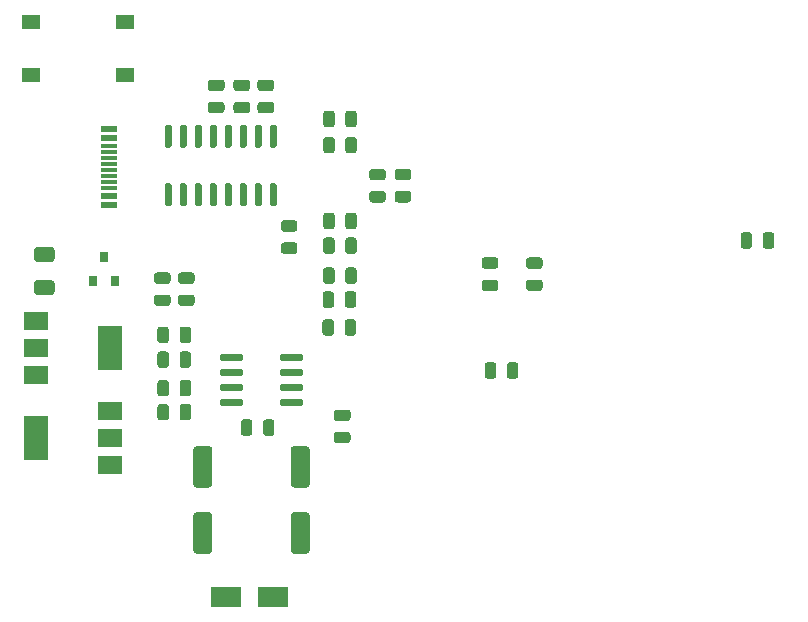
<source format=gbr>
G04 #@! TF.GenerationSoftware,KiCad,Pcbnew,(5.1.9)-1*
G04 #@! TF.CreationDate,2021-03-23T22:38:23+04:00*
G04 #@! TF.ProjectId,stormduino Rev2,73746f72-6d64-4756-996e-6f2052657632,rev?*
G04 #@! TF.SameCoordinates,Original*
G04 #@! TF.FileFunction,Paste,Top*
G04 #@! TF.FilePolarity,Positive*
%FSLAX46Y46*%
G04 Gerber Fmt 4.6, Leading zero omitted, Abs format (unit mm)*
G04 Created by KiCad (PCBNEW (5.1.9)-1) date 2021-03-23 22:38:23*
%MOMM*%
%LPD*%
G01*
G04 APERTURE LIST*
%ADD10R,2.500000X1.800000*%
%ADD11R,1.450000X0.600000*%
%ADD12R,1.450000X0.300000*%
%ADD13R,0.800000X0.900000*%
%ADD14R,1.550000X1.300000*%
%ADD15R,2.000000X3.800000*%
%ADD16R,2.000000X1.500000*%
G04 APERTURE END LIST*
G36*
G01*
X134662000Y-92561000D02*
X133562000Y-92561000D01*
G75*
G02*
X133312000Y-92311000I0J250000D01*
G01*
X133312000Y-89311000D01*
G75*
G02*
X133562000Y-89061000I250000J0D01*
G01*
X134662000Y-89061000D01*
G75*
G02*
X134912000Y-89311000I0J-250000D01*
G01*
X134912000Y-92311000D01*
G75*
G02*
X134662000Y-92561000I-250000J0D01*
G01*
G37*
G36*
G01*
X134662000Y-86961000D02*
X133562000Y-86961000D01*
G75*
G02*
X133312000Y-86711000I0J250000D01*
G01*
X133312000Y-83711000D01*
G75*
G02*
X133562000Y-83461000I250000J0D01*
G01*
X134662000Y-83461000D01*
G75*
G02*
X134912000Y-83711000I0J-250000D01*
G01*
X134912000Y-86711000D01*
G75*
G02*
X134662000Y-86961000I-250000J0D01*
G01*
G37*
G36*
G01*
X126407000Y-86961000D02*
X125307000Y-86961000D01*
G75*
G02*
X125057000Y-86711000I0J250000D01*
G01*
X125057000Y-83711000D01*
G75*
G02*
X125307000Y-83461000I250000J0D01*
G01*
X126407000Y-83461000D01*
G75*
G02*
X126657000Y-83711000I0J-250000D01*
G01*
X126657000Y-86711000D01*
G75*
G02*
X126407000Y-86961000I-250000J0D01*
G01*
G37*
G36*
G01*
X126407000Y-92561000D02*
X125307000Y-92561000D01*
G75*
G02*
X125057000Y-92311000I0J250000D01*
G01*
X125057000Y-89311000D01*
G75*
G02*
X125307000Y-89061000I250000J0D01*
G01*
X126407000Y-89061000D01*
G75*
G02*
X126657000Y-89311000I0J-250000D01*
G01*
X126657000Y-92311000D01*
G75*
G02*
X126407000Y-92561000I-250000J0D01*
G01*
G37*
D10*
X131844800Y-96189800D03*
X127844800Y-96189800D03*
G36*
G01*
X113070800Y-67855800D02*
X111820800Y-67855800D01*
G75*
G02*
X111570800Y-67605800I0J250000D01*
G01*
X111570800Y-66855800D01*
G75*
G02*
X111820800Y-66605800I250000J0D01*
G01*
X113070800Y-66605800D01*
G75*
G02*
X113320800Y-66855800I0J-250000D01*
G01*
X113320800Y-67605800D01*
G75*
G02*
X113070800Y-67855800I-250000J0D01*
G01*
G37*
G36*
G01*
X113070800Y-70655800D02*
X111820800Y-70655800D01*
G75*
G02*
X111570800Y-70405800I0J250000D01*
G01*
X111570800Y-69655800D01*
G75*
G02*
X111820800Y-69405800I250000J0D01*
G01*
X113070800Y-69405800D01*
G75*
G02*
X113320800Y-69655800I0J-250000D01*
G01*
X113320800Y-70405800D01*
G75*
G02*
X113070800Y-70655800I-250000J0D01*
G01*
G37*
G36*
G01*
X150705400Y-76607350D02*
X150705400Y-77519850D01*
G75*
G02*
X150461650Y-77763600I-243750J0D01*
G01*
X149974150Y-77763600D01*
G75*
G02*
X149730400Y-77519850I0J243750D01*
G01*
X149730400Y-76607350D01*
G75*
G02*
X149974150Y-76363600I243750J0D01*
G01*
X150461650Y-76363600D01*
G75*
G02*
X150705400Y-76607350I0J-243750D01*
G01*
G37*
G36*
G01*
X152580400Y-76607350D02*
X152580400Y-77519850D01*
G75*
G02*
X152336650Y-77763600I-243750J0D01*
G01*
X151849150Y-77763600D01*
G75*
G02*
X151605400Y-77519850I0J243750D01*
G01*
X151605400Y-76607350D01*
G75*
G02*
X151849150Y-76363600I243750J0D01*
G01*
X152336650Y-76363600D01*
G75*
G02*
X152580400Y-76607350I0J-243750D01*
G01*
G37*
G36*
G01*
X173271600Y-66496250D02*
X173271600Y-65583750D01*
G75*
G02*
X173515350Y-65340000I243750J0D01*
G01*
X174002850Y-65340000D01*
G75*
G02*
X174246600Y-65583750I0J-243750D01*
G01*
X174246600Y-66496250D01*
G75*
G02*
X174002850Y-66740000I-243750J0D01*
G01*
X173515350Y-66740000D01*
G75*
G02*
X173271600Y-66496250I0J243750D01*
G01*
G37*
G36*
G01*
X171396600Y-66496250D02*
X171396600Y-65583750D01*
G75*
G02*
X171640350Y-65340000I243750J0D01*
G01*
X172127850Y-65340000D01*
G75*
G02*
X172371600Y-65583750I0J-243750D01*
G01*
X172371600Y-66496250D01*
G75*
G02*
X172127850Y-66740000I-243750J0D01*
G01*
X171640350Y-66740000D01*
G75*
G02*
X171396600Y-66496250I0J243750D01*
G01*
G37*
G36*
G01*
X138902500Y-66028250D02*
X138902500Y-66940750D01*
G75*
G02*
X138658750Y-67184500I-243750J0D01*
G01*
X138171250Y-67184500D01*
G75*
G02*
X137927500Y-66940750I0J243750D01*
G01*
X137927500Y-66028250D01*
G75*
G02*
X138171250Y-65784500I243750J0D01*
G01*
X138658750Y-65784500D01*
G75*
G02*
X138902500Y-66028250I0J-243750D01*
G01*
G37*
G36*
G01*
X137027500Y-66028250D02*
X137027500Y-66940750D01*
G75*
G02*
X136783750Y-67184500I-243750J0D01*
G01*
X136296250Y-67184500D01*
G75*
G02*
X136052500Y-66940750I0J243750D01*
G01*
X136052500Y-66028250D01*
G75*
G02*
X136296250Y-65784500I243750J0D01*
G01*
X136783750Y-65784500D01*
G75*
G02*
X137027500Y-66028250I0J-243750D01*
G01*
G37*
D11*
X117900500Y-63067000D03*
X117900500Y-62267000D03*
X117900500Y-57367000D03*
X117900500Y-56567000D03*
X117900500Y-56567000D03*
X117900500Y-57367000D03*
X117900500Y-62267000D03*
X117900500Y-63067000D03*
D12*
X117900500Y-58067000D03*
X117900500Y-58567000D03*
X117900500Y-59067000D03*
X117900500Y-60067000D03*
X117900500Y-60567000D03*
X117900500Y-61067000D03*
X117900500Y-61567000D03*
X117900500Y-59567000D03*
G36*
G01*
X150633750Y-70322500D02*
X149721250Y-70322500D01*
G75*
G02*
X149477500Y-70078750I0J243750D01*
G01*
X149477500Y-69591250D01*
G75*
G02*
X149721250Y-69347500I243750J0D01*
G01*
X150633750Y-69347500D01*
G75*
G02*
X150877500Y-69591250I0J-243750D01*
G01*
X150877500Y-70078750D01*
G75*
G02*
X150633750Y-70322500I-243750J0D01*
G01*
G37*
G36*
G01*
X150633750Y-68447500D02*
X149721250Y-68447500D01*
G75*
G02*
X149477500Y-68203750I0J243750D01*
G01*
X149477500Y-67716250D01*
G75*
G02*
X149721250Y-67472500I243750J0D01*
G01*
X150633750Y-67472500D01*
G75*
G02*
X150877500Y-67716250I0J-243750D01*
G01*
X150877500Y-68203750D01*
G75*
G02*
X150633750Y-68447500I-243750J0D01*
G01*
G37*
G36*
G01*
X153467750Y-69347500D02*
X154380250Y-69347500D01*
G75*
G02*
X154624000Y-69591250I0J-243750D01*
G01*
X154624000Y-70078750D01*
G75*
G02*
X154380250Y-70322500I-243750J0D01*
G01*
X153467750Y-70322500D01*
G75*
G02*
X153224000Y-70078750I0J243750D01*
G01*
X153224000Y-69591250D01*
G75*
G02*
X153467750Y-69347500I243750J0D01*
G01*
G37*
G36*
G01*
X153467750Y-67472500D02*
X154380250Y-67472500D01*
G75*
G02*
X154624000Y-67716250I0J-243750D01*
G01*
X154624000Y-68203750D01*
G75*
G02*
X154380250Y-68447500I-243750J0D01*
G01*
X153467750Y-68447500D01*
G75*
G02*
X153224000Y-68203750I0J243750D01*
G01*
X153224000Y-67716250D01*
G75*
G02*
X153467750Y-67472500I243750J0D01*
G01*
G37*
G36*
G01*
X138902500Y-63932750D02*
X138902500Y-64845250D01*
G75*
G02*
X138658750Y-65089000I-243750J0D01*
G01*
X138171250Y-65089000D01*
G75*
G02*
X137927500Y-64845250I0J243750D01*
G01*
X137927500Y-63932750D01*
G75*
G02*
X138171250Y-63689000I243750J0D01*
G01*
X138658750Y-63689000D01*
G75*
G02*
X138902500Y-63932750I0J-243750D01*
G01*
G37*
G36*
G01*
X137027500Y-63932750D02*
X137027500Y-64845250D01*
G75*
G02*
X136783750Y-65089000I-243750J0D01*
G01*
X136296250Y-65089000D01*
G75*
G02*
X136052500Y-64845250I0J243750D01*
G01*
X136052500Y-63932750D01*
G75*
G02*
X136296250Y-63689000I243750J0D01*
G01*
X136783750Y-63689000D01*
G75*
G02*
X137027500Y-63932750I0J-243750D01*
G01*
G37*
G36*
G01*
X136052500Y-69480750D02*
X136052500Y-68568250D01*
G75*
G02*
X136296250Y-68324500I243750J0D01*
G01*
X136783750Y-68324500D01*
G75*
G02*
X137027500Y-68568250I0J-243750D01*
G01*
X137027500Y-69480750D01*
G75*
G02*
X136783750Y-69724500I-243750J0D01*
G01*
X136296250Y-69724500D01*
G75*
G02*
X136052500Y-69480750I0J243750D01*
G01*
G37*
G36*
G01*
X137927500Y-69480750D02*
X137927500Y-68568250D01*
G75*
G02*
X138171250Y-68324500I243750J0D01*
G01*
X138658750Y-68324500D01*
G75*
G02*
X138902500Y-68568250I0J-243750D01*
G01*
X138902500Y-69480750D01*
G75*
G02*
X138658750Y-69724500I-243750J0D01*
G01*
X138171250Y-69724500D01*
G75*
G02*
X137927500Y-69480750I0J243750D01*
G01*
G37*
G36*
G01*
X136052500Y-58431750D02*
X136052500Y-57519250D01*
G75*
G02*
X136296250Y-57275500I243750J0D01*
G01*
X136783750Y-57275500D01*
G75*
G02*
X137027500Y-57519250I0J-243750D01*
G01*
X137027500Y-58431750D01*
G75*
G02*
X136783750Y-58675500I-243750J0D01*
G01*
X136296250Y-58675500D01*
G75*
G02*
X136052500Y-58431750I0J243750D01*
G01*
G37*
G36*
G01*
X137927500Y-58431750D02*
X137927500Y-57519250D01*
G75*
G02*
X138171250Y-57275500I243750J0D01*
G01*
X138658750Y-57275500D01*
G75*
G02*
X138902500Y-57519250I0J-243750D01*
G01*
X138902500Y-58431750D01*
G75*
G02*
X138658750Y-58675500I-243750J0D01*
G01*
X138171250Y-58675500D01*
G75*
G02*
X137927500Y-58431750I0J243750D01*
G01*
G37*
G36*
G01*
X137927500Y-56209250D02*
X137927500Y-55296750D01*
G75*
G02*
X138171250Y-55053000I243750J0D01*
G01*
X138658750Y-55053000D01*
G75*
G02*
X138902500Y-55296750I0J-243750D01*
G01*
X138902500Y-56209250D01*
G75*
G02*
X138658750Y-56453000I-243750J0D01*
G01*
X138171250Y-56453000D01*
G75*
G02*
X137927500Y-56209250I0J243750D01*
G01*
G37*
G36*
G01*
X136052500Y-56209250D02*
X136052500Y-55296750D01*
G75*
G02*
X136296250Y-55053000I243750J0D01*
G01*
X136783750Y-55053000D01*
G75*
G02*
X137027500Y-55296750I0J-243750D01*
G01*
X137027500Y-56209250D01*
G75*
G02*
X136783750Y-56453000I-243750J0D01*
G01*
X136296250Y-56453000D01*
G75*
G02*
X136052500Y-56209250I0J243750D01*
G01*
G37*
G36*
G01*
X131676000Y-61190000D02*
X131976000Y-61190000D01*
G75*
G02*
X132126000Y-61340000I0J-150000D01*
G01*
X132126000Y-62990000D01*
G75*
G02*
X131976000Y-63140000I-150000J0D01*
G01*
X131676000Y-63140000D01*
G75*
G02*
X131526000Y-62990000I0J150000D01*
G01*
X131526000Y-61340000D01*
G75*
G02*
X131676000Y-61190000I150000J0D01*
G01*
G37*
G36*
G01*
X130406000Y-61190000D02*
X130706000Y-61190000D01*
G75*
G02*
X130856000Y-61340000I0J-150000D01*
G01*
X130856000Y-62990000D01*
G75*
G02*
X130706000Y-63140000I-150000J0D01*
G01*
X130406000Y-63140000D01*
G75*
G02*
X130256000Y-62990000I0J150000D01*
G01*
X130256000Y-61340000D01*
G75*
G02*
X130406000Y-61190000I150000J0D01*
G01*
G37*
G36*
G01*
X129136000Y-61190000D02*
X129436000Y-61190000D01*
G75*
G02*
X129586000Y-61340000I0J-150000D01*
G01*
X129586000Y-62990000D01*
G75*
G02*
X129436000Y-63140000I-150000J0D01*
G01*
X129136000Y-63140000D01*
G75*
G02*
X128986000Y-62990000I0J150000D01*
G01*
X128986000Y-61340000D01*
G75*
G02*
X129136000Y-61190000I150000J0D01*
G01*
G37*
G36*
G01*
X127866000Y-61190000D02*
X128166000Y-61190000D01*
G75*
G02*
X128316000Y-61340000I0J-150000D01*
G01*
X128316000Y-62990000D01*
G75*
G02*
X128166000Y-63140000I-150000J0D01*
G01*
X127866000Y-63140000D01*
G75*
G02*
X127716000Y-62990000I0J150000D01*
G01*
X127716000Y-61340000D01*
G75*
G02*
X127866000Y-61190000I150000J0D01*
G01*
G37*
G36*
G01*
X126596000Y-61190000D02*
X126896000Y-61190000D01*
G75*
G02*
X127046000Y-61340000I0J-150000D01*
G01*
X127046000Y-62990000D01*
G75*
G02*
X126896000Y-63140000I-150000J0D01*
G01*
X126596000Y-63140000D01*
G75*
G02*
X126446000Y-62990000I0J150000D01*
G01*
X126446000Y-61340000D01*
G75*
G02*
X126596000Y-61190000I150000J0D01*
G01*
G37*
G36*
G01*
X125326000Y-61190000D02*
X125626000Y-61190000D01*
G75*
G02*
X125776000Y-61340000I0J-150000D01*
G01*
X125776000Y-62990000D01*
G75*
G02*
X125626000Y-63140000I-150000J0D01*
G01*
X125326000Y-63140000D01*
G75*
G02*
X125176000Y-62990000I0J150000D01*
G01*
X125176000Y-61340000D01*
G75*
G02*
X125326000Y-61190000I150000J0D01*
G01*
G37*
G36*
G01*
X124056000Y-61190000D02*
X124356000Y-61190000D01*
G75*
G02*
X124506000Y-61340000I0J-150000D01*
G01*
X124506000Y-62990000D01*
G75*
G02*
X124356000Y-63140000I-150000J0D01*
G01*
X124056000Y-63140000D01*
G75*
G02*
X123906000Y-62990000I0J150000D01*
G01*
X123906000Y-61340000D01*
G75*
G02*
X124056000Y-61190000I150000J0D01*
G01*
G37*
G36*
G01*
X122786000Y-61190000D02*
X123086000Y-61190000D01*
G75*
G02*
X123236000Y-61340000I0J-150000D01*
G01*
X123236000Y-62990000D01*
G75*
G02*
X123086000Y-63140000I-150000J0D01*
G01*
X122786000Y-63140000D01*
G75*
G02*
X122636000Y-62990000I0J150000D01*
G01*
X122636000Y-61340000D01*
G75*
G02*
X122786000Y-61190000I150000J0D01*
G01*
G37*
G36*
G01*
X122786000Y-56240000D02*
X123086000Y-56240000D01*
G75*
G02*
X123236000Y-56390000I0J-150000D01*
G01*
X123236000Y-58040000D01*
G75*
G02*
X123086000Y-58190000I-150000J0D01*
G01*
X122786000Y-58190000D01*
G75*
G02*
X122636000Y-58040000I0J150000D01*
G01*
X122636000Y-56390000D01*
G75*
G02*
X122786000Y-56240000I150000J0D01*
G01*
G37*
G36*
G01*
X124056000Y-56240000D02*
X124356000Y-56240000D01*
G75*
G02*
X124506000Y-56390000I0J-150000D01*
G01*
X124506000Y-58040000D01*
G75*
G02*
X124356000Y-58190000I-150000J0D01*
G01*
X124056000Y-58190000D01*
G75*
G02*
X123906000Y-58040000I0J150000D01*
G01*
X123906000Y-56390000D01*
G75*
G02*
X124056000Y-56240000I150000J0D01*
G01*
G37*
G36*
G01*
X125326000Y-56240000D02*
X125626000Y-56240000D01*
G75*
G02*
X125776000Y-56390000I0J-150000D01*
G01*
X125776000Y-58040000D01*
G75*
G02*
X125626000Y-58190000I-150000J0D01*
G01*
X125326000Y-58190000D01*
G75*
G02*
X125176000Y-58040000I0J150000D01*
G01*
X125176000Y-56390000D01*
G75*
G02*
X125326000Y-56240000I150000J0D01*
G01*
G37*
G36*
G01*
X126596000Y-56240000D02*
X126896000Y-56240000D01*
G75*
G02*
X127046000Y-56390000I0J-150000D01*
G01*
X127046000Y-58040000D01*
G75*
G02*
X126896000Y-58190000I-150000J0D01*
G01*
X126596000Y-58190000D01*
G75*
G02*
X126446000Y-58040000I0J150000D01*
G01*
X126446000Y-56390000D01*
G75*
G02*
X126596000Y-56240000I150000J0D01*
G01*
G37*
G36*
G01*
X127866000Y-56240000D02*
X128166000Y-56240000D01*
G75*
G02*
X128316000Y-56390000I0J-150000D01*
G01*
X128316000Y-58040000D01*
G75*
G02*
X128166000Y-58190000I-150000J0D01*
G01*
X127866000Y-58190000D01*
G75*
G02*
X127716000Y-58040000I0J150000D01*
G01*
X127716000Y-56390000D01*
G75*
G02*
X127866000Y-56240000I150000J0D01*
G01*
G37*
G36*
G01*
X129136000Y-56240000D02*
X129436000Y-56240000D01*
G75*
G02*
X129586000Y-56390000I0J-150000D01*
G01*
X129586000Y-58040000D01*
G75*
G02*
X129436000Y-58190000I-150000J0D01*
G01*
X129136000Y-58190000D01*
G75*
G02*
X128986000Y-58040000I0J150000D01*
G01*
X128986000Y-56390000D01*
G75*
G02*
X129136000Y-56240000I150000J0D01*
G01*
G37*
G36*
G01*
X130406000Y-56240000D02*
X130706000Y-56240000D01*
G75*
G02*
X130856000Y-56390000I0J-150000D01*
G01*
X130856000Y-58040000D01*
G75*
G02*
X130706000Y-58190000I-150000J0D01*
G01*
X130406000Y-58190000D01*
G75*
G02*
X130256000Y-58040000I0J150000D01*
G01*
X130256000Y-56390000D01*
G75*
G02*
X130406000Y-56240000I150000J0D01*
G01*
G37*
G36*
G01*
X131676000Y-56240000D02*
X131976000Y-56240000D01*
G75*
G02*
X132126000Y-56390000I0J-150000D01*
G01*
X132126000Y-58040000D01*
G75*
G02*
X131976000Y-58190000I-150000J0D01*
G01*
X131676000Y-58190000D01*
G75*
G02*
X131526000Y-58040000I0J150000D01*
G01*
X131526000Y-56390000D01*
G75*
G02*
X131676000Y-56240000I150000J0D01*
G01*
G37*
G36*
G01*
X128702750Y-52423000D02*
X129615250Y-52423000D01*
G75*
G02*
X129859000Y-52666750I0J-243750D01*
G01*
X129859000Y-53154250D01*
G75*
G02*
X129615250Y-53398000I-243750J0D01*
G01*
X128702750Y-53398000D01*
G75*
G02*
X128459000Y-53154250I0J243750D01*
G01*
X128459000Y-52666750D01*
G75*
G02*
X128702750Y-52423000I243750J0D01*
G01*
G37*
G36*
G01*
X128702750Y-54298000D02*
X129615250Y-54298000D01*
G75*
G02*
X129859000Y-54541750I0J-243750D01*
G01*
X129859000Y-55029250D01*
G75*
G02*
X129615250Y-55273000I-243750J0D01*
G01*
X128702750Y-55273000D01*
G75*
G02*
X128459000Y-55029250I0J243750D01*
G01*
X128459000Y-54541750D01*
G75*
G02*
X128702750Y-54298000I243750J0D01*
G01*
G37*
G36*
G01*
X136004000Y-71512750D02*
X136004000Y-70600250D01*
G75*
G02*
X136247750Y-70356500I243750J0D01*
G01*
X136735250Y-70356500D01*
G75*
G02*
X136979000Y-70600250I0J-243750D01*
G01*
X136979000Y-71512750D01*
G75*
G02*
X136735250Y-71756500I-243750J0D01*
G01*
X136247750Y-71756500D01*
G75*
G02*
X136004000Y-71512750I0J243750D01*
G01*
G37*
G36*
G01*
X137879000Y-71512750D02*
X137879000Y-70600250D01*
G75*
G02*
X138122750Y-70356500I243750J0D01*
G01*
X138610250Y-70356500D01*
G75*
G02*
X138854000Y-70600250I0J-243750D01*
G01*
X138854000Y-71512750D01*
G75*
G02*
X138610250Y-71756500I-243750J0D01*
G01*
X138122750Y-71756500D01*
G75*
G02*
X137879000Y-71512750I0J243750D01*
G01*
G37*
G36*
G01*
X140196250Y-59979500D02*
X141108750Y-59979500D01*
G75*
G02*
X141352500Y-60223250I0J-243750D01*
G01*
X141352500Y-60710750D01*
G75*
G02*
X141108750Y-60954500I-243750J0D01*
G01*
X140196250Y-60954500D01*
G75*
G02*
X139952500Y-60710750I0J243750D01*
G01*
X139952500Y-60223250D01*
G75*
G02*
X140196250Y-59979500I243750J0D01*
G01*
G37*
G36*
G01*
X140196250Y-61854500D02*
X141108750Y-61854500D01*
G75*
G02*
X141352500Y-62098250I0J-243750D01*
G01*
X141352500Y-62585750D01*
G75*
G02*
X141108750Y-62829500I-243750J0D01*
G01*
X140196250Y-62829500D01*
G75*
G02*
X139952500Y-62585750I0J243750D01*
G01*
X139952500Y-62098250D01*
G75*
G02*
X140196250Y-61854500I243750J0D01*
G01*
G37*
G36*
G01*
X130734750Y-52423000D02*
X131647250Y-52423000D01*
G75*
G02*
X131891000Y-52666750I0J-243750D01*
G01*
X131891000Y-53154250D01*
G75*
G02*
X131647250Y-53398000I-243750J0D01*
G01*
X130734750Y-53398000D01*
G75*
G02*
X130491000Y-53154250I0J243750D01*
G01*
X130491000Y-52666750D01*
G75*
G02*
X130734750Y-52423000I243750J0D01*
G01*
G37*
G36*
G01*
X130734750Y-54298000D02*
X131647250Y-54298000D01*
G75*
G02*
X131891000Y-54541750I0J-243750D01*
G01*
X131891000Y-55029250D01*
G75*
G02*
X131647250Y-55273000I-243750J0D01*
G01*
X130734750Y-55273000D01*
G75*
G02*
X130491000Y-55029250I0J243750D01*
G01*
X130491000Y-54541750D01*
G75*
G02*
X130734750Y-54298000I243750J0D01*
G01*
G37*
G36*
G01*
X124869000Y-78093250D02*
X124869000Y-79005750D01*
G75*
G02*
X124625250Y-79249500I-243750J0D01*
G01*
X124137750Y-79249500D01*
G75*
G02*
X123894000Y-79005750I0J243750D01*
G01*
X123894000Y-78093250D01*
G75*
G02*
X124137750Y-77849500I243750J0D01*
G01*
X124625250Y-77849500D01*
G75*
G02*
X124869000Y-78093250I0J-243750D01*
G01*
G37*
G36*
G01*
X122994000Y-78093250D02*
X122994000Y-79005750D01*
G75*
G02*
X122750250Y-79249500I-243750J0D01*
G01*
X122262750Y-79249500D01*
G75*
G02*
X122019000Y-79005750I0J243750D01*
G01*
X122019000Y-78093250D01*
G75*
G02*
X122262750Y-77849500I243750J0D01*
G01*
X122750250Y-77849500D01*
G75*
G02*
X122994000Y-78093250I0J-243750D01*
G01*
G37*
G36*
G01*
X143267750Y-62829500D02*
X142355250Y-62829500D01*
G75*
G02*
X142111500Y-62585750I0J243750D01*
G01*
X142111500Y-62098250D01*
G75*
G02*
X142355250Y-61854500I243750J0D01*
G01*
X143267750Y-61854500D01*
G75*
G02*
X143511500Y-62098250I0J-243750D01*
G01*
X143511500Y-62585750D01*
G75*
G02*
X143267750Y-62829500I-243750J0D01*
G01*
G37*
G36*
G01*
X143267750Y-60954500D02*
X142355250Y-60954500D01*
G75*
G02*
X142111500Y-60710750I0J243750D01*
G01*
X142111500Y-60223250D01*
G75*
G02*
X142355250Y-59979500I243750J0D01*
G01*
X143267750Y-59979500D01*
G75*
G02*
X143511500Y-60223250I0J-243750D01*
G01*
X143511500Y-60710750D01*
G75*
G02*
X143267750Y-60954500I-243750J0D01*
G01*
G37*
G36*
G01*
X122019000Y-81037750D02*
X122019000Y-80125250D01*
G75*
G02*
X122262750Y-79881500I243750J0D01*
G01*
X122750250Y-79881500D01*
G75*
G02*
X122994000Y-80125250I0J-243750D01*
G01*
X122994000Y-81037750D01*
G75*
G02*
X122750250Y-81281500I-243750J0D01*
G01*
X122262750Y-81281500D01*
G75*
G02*
X122019000Y-81037750I0J243750D01*
G01*
G37*
G36*
G01*
X123894000Y-81037750D02*
X123894000Y-80125250D01*
G75*
G02*
X124137750Y-79881500I243750J0D01*
G01*
X124625250Y-79881500D01*
G75*
G02*
X124869000Y-80125250I0J-243750D01*
G01*
X124869000Y-81037750D01*
G75*
G02*
X124625250Y-81281500I-243750J0D01*
G01*
X124137750Y-81281500D01*
G75*
G02*
X123894000Y-81037750I0J243750D01*
G01*
G37*
G36*
G01*
X135989000Y-73862250D02*
X135989000Y-72949750D01*
G75*
G02*
X136232750Y-72706000I243750J0D01*
G01*
X136720250Y-72706000D01*
G75*
G02*
X136964000Y-72949750I0J-243750D01*
G01*
X136964000Y-73862250D01*
G75*
G02*
X136720250Y-74106000I-243750J0D01*
G01*
X136232750Y-74106000D01*
G75*
G02*
X135989000Y-73862250I0J243750D01*
G01*
G37*
G36*
G01*
X137864000Y-73862250D02*
X137864000Y-72949750D01*
G75*
G02*
X138107750Y-72706000I243750J0D01*
G01*
X138595250Y-72706000D01*
G75*
G02*
X138839000Y-72949750I0J-243750D01*
G01*
X138839000Y-73862250D01*
G75*
G02*
X138595250Y-74106000I-243750J0D01*
G01*
X138107750Y-74106000D01*
G75*
G02*
X137864000Y-73862250I0J243750D01*
G01*
G37*
G36*
G01*
X138124250Y-83213000D02*
X137211750Y-83213000D01*
G75*
G02*
X136968000Y-82969250I0J243750D01*
G01*
X136968000Y-82481750D01*
G75*
G02*
X137211750Y-82238000I243750J0D01*
G01*
X138124250Y-82238000D01*
G75*
G02*
X138368000Y-82481750I0J-243750D01*
G01*
X138368000Y-82969250D01*
G75*
G02*
X138124250Y-83213000I-243750J0D01*
G01*
G37*
G36*
G01*
X138124250Y-81338000D02*
X137211750Y-81338000D01*
G75*
G02*
X136968000Y-81094250I0J243750D01*
G01*
X136968000Y-80606750D01*
G75*
G02*
X137211750Y-80363000I243750J0D01*
G01*
X138124250Y-80363000D01*
G75*
G02*
X138368000Y-80606750I0J-243750D01*
G01*
X138368000Y-81094250D01*
G75*
G02*
X138124250Y-81338000I-243750J0D01*
G01*
G37*
G36*
G01*
X133628450Y-67183060D02*
X132715950Y-67183060D01*
G75*
G02*
X132472200Y-66939310I0J243750D01*
G01*
X132472200Y-66451810D01*
G75*
G02*
X132715950Y-66208060I243750J0D01*
G01*
X133628450Y-66208060D01*
G75*
G02*
X133872200Y-66451810I0J-243750D01*
G01*
X133872200Y-66939310D01*
G75*
G02*
X133628450Y-67183060I-243750J0D01*
G01*
G37*
G36*
G01*
X133628450Y-65308060D02*
X132715950Y-65308060D01*
G75*
G02*
X132472200Y-65064310I0J243750D01*
G01*
X132472200Y-64576810D01*
G75*
G02*
X132715950Y-64333060I243750J0D01*
G01*
X133628450Y-64333060D01*
G75*
G02*
X133872200Y-64576810I0J-243750D01*
G01*
X133872200Y-65064310D01*
G75*
G02*
X133628450Y-65308060I-243750J0D01*
G01*
G37*
G36*
G01*
X124916250Y-71592500D02*
X124003750Y-71592500D01*
G75*
G02*
X123760000Y-71348750I0J243750D01*
G01*
X123760000Y-70861250D01*
G75*
G02*
X124003750Y-70617500I243750J0D01*
G01*
X124916250Y-70617500D01*
G75*
G02*
X125160000Y-70861250I0J-243750D01*
G01*
X125160000Y-71348750D01*
G75*
G02*
X124916250Y-71592500I-243750J0D01*
G01*
G37*
G36*
G01*
X124916250Y-69717500D02*
X124003750Y-69717500D01*
G75*
G02*
X123760000Y-69473750I0J243750D01*
G01*
X123760000Y-68986250D01*
G75*
G02*
X124003750Y-68742500I243750J0D01*
G01*
X124916250Y-68742500D01*
G75*
G02*
X125160000Y-68986250I0J-243750D01*
G01*
X125160000Y-69473750D01*
G75*
G02*
X124916250Y-69717500I-243750J0D01*
G01*
G37*
G36*
G01*
X129080200Y-82345850D02*
X129080200Y-81433350D01*
G75*
G02*
X129323950Y-81189600I243750J0D01*
G01*
X129811450Y-81189600D01*
G75*
G02*
X130055200Y-81433350I0J-243750D01*
G01*
X130055200Y-82345850D01*
G75*
G02*
X129811450Y-82589600I-243750J0D01*
G01*
X129323950Y-82589600D01*
G75*
G02*
X129080200Y-82345850I0J243750D01*
G01*
G37*
G36*
G01*
X130955200Y-82345850D02*
X130955200Y-81433350D01*
G75*
G02*
X131198950Y-81189600I243750J0D01*
G01*
X131686450Y-81189600D01*
G75*
G02*
X131930200Y-81433350I0J-243750D01*
G01*
X131930200Y-82345850D01*
G75*
G02*
X131686450Y-82589600I-243750J0D01*
G01*
X131198950Y-82589600D01*
G75*
G02*
X130955200Y-82345850I0J243750D01*
G01*
G37*
G36*
G01*
X122019000Y-74497250D02*
X122019000Y-73584750D01*
G75*
G02*
X122262750Y-73341000I243750J0D01*
G01*
X122750250Y-73341000D01*
G75*
G02*
X122994000Y-73584750I0J-243750D01*
G01*
X122994000Y-74497250D01*
G75*
G02*
X122750250Y-74741000I-243750J0D01*
G01*
X122262750Y-74741000D01*
G75*
G02*
X122019000Y-74497250I0J243750D01*
G01*
G37*
G36*
G01*
X123894000Y-74497250D02*
X123894000Y-73584750D01*
G75*
G02*
X124137750Y-73341000I243750J0D01*
G01*
X124625250Y-73341000D01*
G75*
G02*
X124869000Y-73584750I0J-243750D01*
G01*
X124869000Y-74497250D01*
G75*
G02*
X124625250Y-74741000I-243750J0D01*
G01*
X124137750Y-74741000D01*
G75*
G02*
X123894000Y-74497250I0J243750D01*
G01*
G37*
G36*
G01*
X122884250Y-71592500D02*
X121971750Y-71592500D01*
G75*
G02*
X121728000Y-71348750I0J243750D01*
G01*
X121728000Y-70861250D01*
G75*
G02*
X121971750Y-70617500I243750J0D01*
G01*
X122884250Y-70617500D01*
G75*
G02*
X123128000Y-70861250I0J-243750D01*
G01*
X123128000Y-71348750D01*
G75*
G02*
X122884250Y-71592500I-243750J0D01*
G01*
G37*
G36*
G01*
X122884250Y-69717500D02*
X121971750Y-69717500D01*
G75*
G02*
X121728000Y-69473750I0J243750D01*
G01*
X121728000Y-68986250D01*
G75*
G02*
X121971750Y-68742500I243750J0D01*
G01*
X122884250Y-68742500D01*
G75*
G02*
X123128000Y-68986250I0J-243750D01*
G01*
X123128000Y-69473750D01*
G75*
G02*
X122884250Y-69717500I-243750J0D01*
G01*
G37*
G36*
G01*
X126543750Y-54298000D02*
X127456250Y-54298000D01*
G75*
G02*
X127700000Y-54541750I0J-243750D01*
G01*
X127700000Y-55029250D01*
G75*
G02*
X127456250Y-55273000I-243750J0D01*
G01*
X126543750Y-55273000D01*
G75*
G02*
X126300000Y-55029250I0J243750D01*
G01*
X126300000Y-54541750D01*
G75*
G02*
X126543750Y-54298000I243750J0D01*
G01*
G37*
G36*
G01*
X126543750Y-52423000D02*
X127456250Y-52423000D01*
G75*
G02*
X127700000Y-52666750I0J-243750D01*
G01*
X127700000Y-53154250D01*
G75*
G02*
X127456250Y-53398000I-243750J0D01*
G01*
X126543750Y-53398000D01*
G75*
G02*
X126300000Y-53154250I0J243750D01*
G01*
X126300000Y-52666750D01*
G75*
G02*
X126543750Y-52423000I243750J0D01*
G01*
G37*
G36*
G01*
X123894000Y-76592750D02*
X123894000Y-75680250D01*
G75*
G02*
X124137750Y-75436500I243750J0D01*
G01*
X124625250Y-75436500D01*
G75*
G02*
X124869000Y-75680250I0J-243750D01*
G01*
X124869000Y-76592750D01*
G75*
G02*
X124625250Y-76836500I-243750J0D01*
G01*
X124137750Y-76836500D01*
G75*
G02*
X123894000Y-76592750I0J243750D01*
G01*
G37*
G36*
G01*
X122019000Y-76592750D02*
X122019000Y-75680250D01*
G75*
G02*
X122262750Y-75436500I243750J0D01*
G01*
X122750250Y-75436500D01*
G75*
G02*
X122994000Y-75680250I0J-243750D01*
G01*
X122994000Y-76592750D01*
G75*
G02*
X122750250Y-76836500I-243750J0D01*
G01*
X122262750Y-76836500D01*
G75*
G02*
X122019000Y-76592750I0J243750D01*
G01*
G37*
D13*
X117475000Y-67453000D03*
X118425000Y-69453000D03*
X116525000Y-69453000D03*
G36*
G01*
X127285000Y-76108500D02*
X127285000Y-75783500D01*
G75*
G02*
X127447500Y-75621000I162500J0D01*
G01*
X129097500Y-75621000D01*
G75*
G02*
X129260000Y-75783500I0J-162500D01*
G01*
X129260000Y-76108500D01*
G75*
G02*
X129097500Y-76271000I-162500J0D01*
G01*
X127447500Y-76271000D01*
G75*
G02*
X127285000Y-76108500I0J162500D01*
G01*
G37*
G36*
G01*
X127285000Y-77378500D02*
X127285000Y-77053500D01*
G75*
G02*
X127447500Y-76891000I162500J0D01*
G01*
X129097500Y-76891000D01*
G75*
G02*
X129260000Y-77053500I0J-162500D01*
G01*
X129260000Y-77378500D01*
G75*
G02*
X129097500Y-77541000I-162500J0D01*
G01*
X127447500Y-77541000D01*
G75*
G02*
X127285000Y-77378500I0J162500D01*
G01*
G37*
G36*
G01*
X127285000Y-78648500D02*
X127285000Y-78323500D01*
G75*
G02*
X127447500Y-78161000I162500J0D01*
G01*
X129097500Y-78161000D01*
G75*
G02*
X129260000Y-78323500I0J-162500D01*
G01*
X129260000Y-78648500D01*
G75*
G02*
X129097500Y-78811000I-162500J0D01*
G01*
X127447500Y-78811000D01*
G75*
G02*
X127285000Y-78648500I0J162500D01*
G01*
G37*
G36*
G01*
X127285000Y-79918500D02*
X127285000Y-79593500D01*
G75*
G02*
X127447500Y-79431000I162500J0D01*
G01*
X129097500Y-79431000D01*
G75*
G02*
X129260000Y-79593500I0J-162500D01*
G01*
X129260000Y-79918500D01*
G75*
G02*
X129097500Y-80081000I-162500J0D01*
G01*
X127447500Y-80081000D01*
G75*
G02*
X127285000Y-79918500I0J162500D01*
G01*
G37*
G36*
G01*
X132360000Y-79918500D02*
X132360000Y-79593500D01*
G75*
G02*
X132522500Y-79431000I162500J0D01*
G01*
X134172500Y-79431000D01*
G75*
G02*
X134335000Y-79593500I0J-162500D01*
G01*
X134335000Y-79918500D01*
G75*
G02*
X134172500Y-80081000I-162500J0D01*
G01*
X132522500Y-80081000D01*
G75*
G02*
X132360000Y-79918500I0J162500D01*
G01*
G37*
G36*
G01*
X132360000Y-78648500D02*
X132360000Y-78323500D01*
G75*
G02*
X132522500Y-78161000I162500J0D01*
G01*
X134172500Y-78161000D01*
G75*
G02*
X134335000Y-78323500I0J-162500D01*
G01*
X134335000Y-78648500D01*
G75*
G02*
X134172500Y-78811000I-162500J0D01*
G01*
X132522500Y-78811000D01*
G75*
G02*
X132360000Y-78648500I0J162500D01*
G01*
G37*
G36*
G01*
X132360000Y-77378500D02*
X132360000Y-77053500D01*
G75*
G02*
X132522500Y-76891000I162500J0D01*
G01*
X134172500Y-76891000D01*
G75*
G02*
X134335000Y-77053500I0J-162500D01*
G01*
X134335000Y-77378500D01*
G75*
G02*
X134172500Y-77541000I-162500J0D01*
G01*
X132522500Y-77541000D01*
G75*
G02*
X132360000Y-77378500I0J162500D01*
G01*
G37*
G36*
G01*
X132360000Y-76108500D02*
X132360000Y-75783500D01*
G75*
G02*
X132522500Y-75621000I162500J0D01*
G01*
X134172500Y-75621000D01*
G75*
G02*
X134335000Y-75783500I0J-162500D01*
G01*
X134335000Y-76108500D01*
G75*
G02*
X134172500Y-76271000I-162500J0D01*
G01*
X132522500Y-76271000D01*
G75*
G02*
X132360000Y-76108500I0J162500D01*
G01*
G37*
D14*
X119291000Y-52034000D03*
X111341000Y-52034000D03*
X119291000Y-47534000D03*
X111341000Y-47534000D03*
D15*
X111721500Y-82740500D03*
D16*
X118021500Y-82740500D03*
X118021500Y-80440500D03*
X118021500Y-85040500D03*
X111721500Y-72820500D03*
X111721500Y-77420500D03*
X111721500Y-75120500D03*
D15*
X118021500Y-75120500D03*
M02*

</source>
